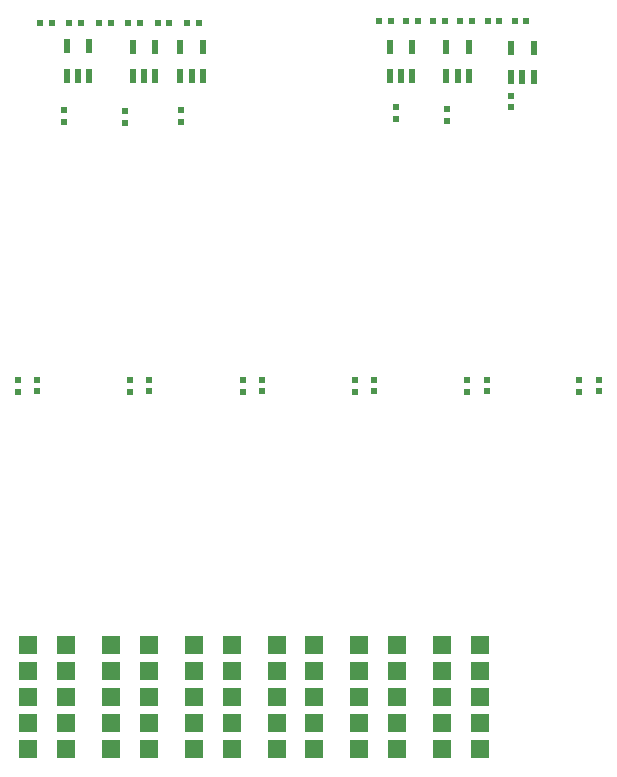
<source format=gbp>
G04*
G04 #@! TF.GenerationSoftware,Altium Limited,Altium Designer,20.0.13 (296)*
G04*
G04 Layer_Color=128*
%FSLAX44Y44*%
%MOMM*%
G71*
G01*
G75*
%ADD19R,0.6000X0.5000*%
%ADD20R,0.5000X0.6000*%
%ADD65R,0.5900X1.2100*%
%ADD66R,1.6000X1.6000*%
D19*
X130750Y779750D02*
D03*
Y769750D02*
D03*
X182625Y779000D02*
D03*
Y769000D02*
D03*
X229750Y779500D02*
D03*
Y769500D02*
D03*
X412500Y782250D02*
D03*
Y772250D02*
D03*
X455250Y780500D02*
D03*
Y770500D02*
D03*
X509500Y792000D02*
D03*
Y782000D02*
D03*
X187250Y551250D02*
D03*
Y541250D02*
D03*
X203200Y551500D02*
D03*
Y541500D02*
D03*
X282250Y551250D02*
D03*
Y541250D02*
D03*
X298400Y551500D02*
D03*
Y541500D02*
D03*
X377250Y551250D02*
D03*
Y541250D02*
D03*
X393600Y551500D02*
D03*
Y541500D02*
D03*
X472250Y551250D02*
D03*
Y541250D02*
D03*
X488800Y551500D02*
D03*
Y541500D02*
D03*
X92250Y551250D02*
D03*
Y541250D02*
D03*
X108000Y551500D02*
D03*
Y541500D02*
D03*
X567250Y551250D02*
D03*
Y541250D02*
D03*
X584000Y551500D02*
D03*
Y541500D02*
D03*
D20*
X110500Y853750D02*
D03*
X120500D02*
D03*
X135450D02*
D03*
X145450D02*
D03*
X160400D02*
D03*
X170400D02*
D03*
X185350D02*
D03*
X195350D02*
D03*
X210300D02*
D03*
X220300D02*
D03*
X235250D02*
D03*
X245250D02*
D03*
X397875Y854750D02*
D03*
X407875D02*
D03*
X420800D02*
D03*
X430800D02*
D03*
X443725D02*
D03*
X453725D02*
D03*
X466650D02*
D03*
X476650D02*
D03*
X489575D02*
D03*
X499575D02*
D03*
X512500D02*
D03*
X522500D02*
D03*
D65*
X152500Y833800D02*
D03*
X133500D02*
D03*
Y808700D02*
D03*
X143000D02*
D03*
X152500D02*
D03*
X208000Y833300D02*
D03*
X189000D02*
D03*
Y808200D02*
D03*
X198500D02*
D03*
X208000D02*
D03*
X248500Y833300D02*
D03*
X229500D02*
D03*
Y808200D02*
D03*
X239000D02*
D03*
X248500D02*
D03*
X528500Y832550D02*
D03*
X509500D02*
D03*
Y807450D02*
D03*
X519000D02*
D03*
X528500D02*
D03*
X473750Y833300D02*
D03*
X454750D02*
D03*
Y808200D02*
D03*
X464250D02*
D03*
X473750D02*
D03*
X425875Y833550D02*
D03*
X406875D02*
D03*
Y808450D02*
D03*
X416375D02*
D03*
X425875D02*
D03*
D66*
X412947Y238750D02*
D03*
X380947D02*
D03*
X272932D02*
D03*
X240932D02*
D03*
X132917D02*
D03*
X100917D02*
D03*
X482955D02*
D03*
X450955D02*
D03*
X482955Y260750D02*
D03*
X450955D02*
D03*
X482955Y282750D02*
D03*
X450955D02*
D03*
X482955Y304750D02*
D03*
X450955D02*
D03*
X482955Y326750D02*
D03*
X450955D02*
D03*
X412947Y260750D02*
D03*
X380947D02*
D03*
X412947Y282750D02*
D03*
X380947D02*
D03*
X412947Y304750D02*
D03*
X380947D02*
D03*
X412947Y326750D02*
D03*
X380947D02*
D03*
X342940Y238750D02*
D03*
X310940D02*
D03*
X342940Y260750D02*
D03*
X310940D02*
D03*
X342940Y282750D02*
D03*
X310940D02*
D03*
X342940Y304750D02*
D03*
X310940D02*
D03*
X342940Y326750D02*
D03*
X310940D02*
D03*
X272932Y260750D02*
D03*
X240932D02*
D03*
X272932Y282750D02*
D03*
X240932D02*
D03*
X272932Y304750D02*
D03*
X240932D02*
D03*
X272932Y326750D02*
D03*
X240932D02*
D03*
X202925Y238750D02*
D03*
X170925D02*
D03*
X202925Y260750D02*
D03*
X170925D02*
D03*
X202925Y282750D02*
D03*
X170925D02*
D03*
X202925Y304750D02*
D03*
X170925D02*
D03*
X202925Y326750D02*
D03*
X170925D02*
D03*
X132917Y260750D02*
D03*
X100917D02*
D03*
X132917Y282750D02*
D03*
X100917D02*
D03*
X132917Y304750D02*
D03*
X100917D02*
D03*
X132917Y326750D02*
D03*
X100917D02*
D03*
M02*

</source>
